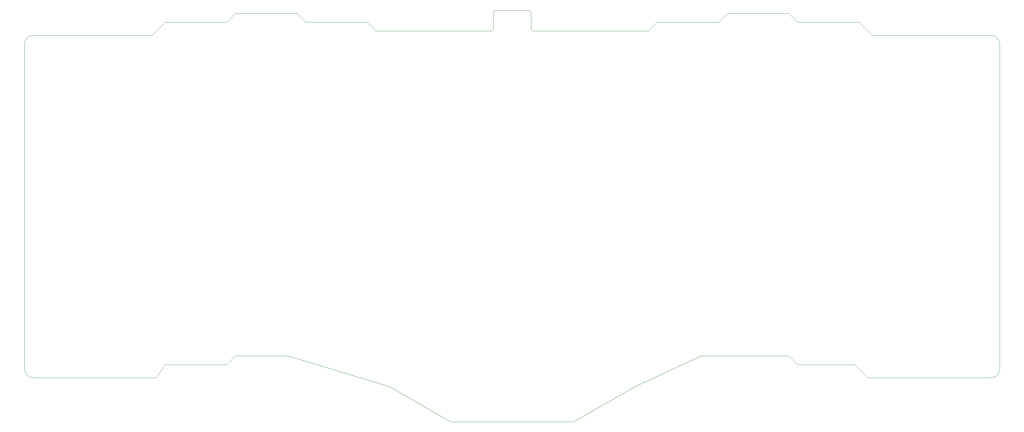
<source format=gm1>
G04 #@! TF.GenerationSoftware,KiCad,Pcbnew,(5.1.4-0)*
G04 #@! TF.CreationDate,2021-10-13T14:40:20-05:00*
G04 #@! TF.ProjectId,niko,6e696b6f-2e6b-4696-9361-645f70636258,rev?*
G04 #@! TF.SameCoordinates,Original*
G04 #@! TF.FileFunction,Profile,NP*
%FSLAX46Y46*%
G04 Gerber Fmt 4.6, Leading zero omitted, Abs format (unit mm)*
G04 Created by KiCad (PCBNEW (5.1.4-0)) date 2021-10-13 14:40:20*
%MOMM*%
%LPD*%
G04 APERTURE LIST*
%ADD10C,0.050000*%
G04 APERTURE END LIST*
D10*
X382192230Y-115491110D02*
G75*
G02X379810970Y-117872370I-2381260J0D01*
G01*
X379810970Y-25003230D02*
G75*
G02X382192230Y-27384490I0J-2381260D01*
G01*
X117872370Y-27384490D02*
G75*
G02X120253630Y-25003230I2381260J0D01*
G01*
X120253630Y-117872370D02*
G75*
G02X117872370Y-115491110I0J2381260D01*
G01*
X216694660Y-120253630D02*
X233363480Y-129778670D01*
X283369940Y-120253630D02*
X266701120Y-129778670D01*
X172641350Y-114300480D02*
X155972530Y-114300480D01*
X342901440Y-114300480D02*
X327423250Y-114300480D01*
X325041990Y-111919220D02*
X301229390Y-111919220D01*
X327423250Y-114300480D02*
X325041990Y-111919220D01*
X175022610Y-111919220D02*
X189310170Y-111919220D01*
X172641350Y-114300480D02*
X175022610Y-111919220D01*
X254312520Y-18200000D02*
G75*
G02X255162520Y-19050000I0J-850000D01*
G01*
X244912520Y-19050000D02*
G75*
G02X245762520Y-18200000I850000J0D01*
G01*
X244512520Y-23800000D02*
G75*
G03X244912520Y-23400000I0J400000D01*
G01*
X244912520Y-23400000D02*
X244912520Y-19050000D01*
X255562520Y-23800000D02*
G75*
G02X255162520Y-23400000I0J400000D01*
G01*
X244512520Y-23800000D02*
X213100000Y-23800000D01*
X255162520Y-19050000D02*
X255162520Y-23400000D01*
X245762520Y-18200000D02*
X254312520Y-18200000D01*
X191691430Y-19050080D02*
X194072690Y-21431340D01*
X175022610Y-19050080D02*
X191691430Y-19050080D01*
X172641350Y-21431340D02*
X175022610Y-19050080D01*
X155972530Y-21431340D02*
X172641350Y-21431340D01*
X152400640Y-25003230D02*
X155972530Y-21431340D01*
X120253630Y-25003230D02*
X152400640Y-25003230D01*
X210741510Y-21431340D02*
X194072690Y-21431340D01*
X213100000Y-23800000D02*
X210741510Y-21431340D01*
X286925040Y-23800000D02*
X255562520Y-23800000D01*
X289323090Y-21431340D02*
X286925040Y-23800000D01*
X305991910Y-21431340D02*
X289323090Y-21431340D01*
X308373170Y-19050080D02*
X305991910Y-21431340D01*
X325041990Y-19050080D02*
X308373170Y-19050080D01*
X327423250Y-21431340D02*
X325041990Y-19050080D01*
X344092070Y-21431340D02*
X327423250Y-21431340D01*
X347663960Y-25003230D02*
X344092070Y-21431340D01*
X379810970Y-25003230D02*
X347663960Y-25003230D01*
X382192230Y-115491110D02*
X382192230Y-27384490D01*
X346473330Y-117872370D02*
X379810970Y-117872370D01*
X342901440Y-114300480D02*
X346473330Y-117872370D01*
X283369940Y-120253630D02*
X301229390Y-111919220D01*
X233363480Y-129778670D02*
X266701120Y-129778670D01*
X189310170Y-111919220D02*
X216694660Y-120253630D01*
X153591270Y-117872370D02*
X155972530Y-114300480D01*
X120253630Y-117872370D02*
X153591270Y-117872370D01*
X117872370Y-27384490D02*
X117872370Y-115491110D01*
M02*

</source>
